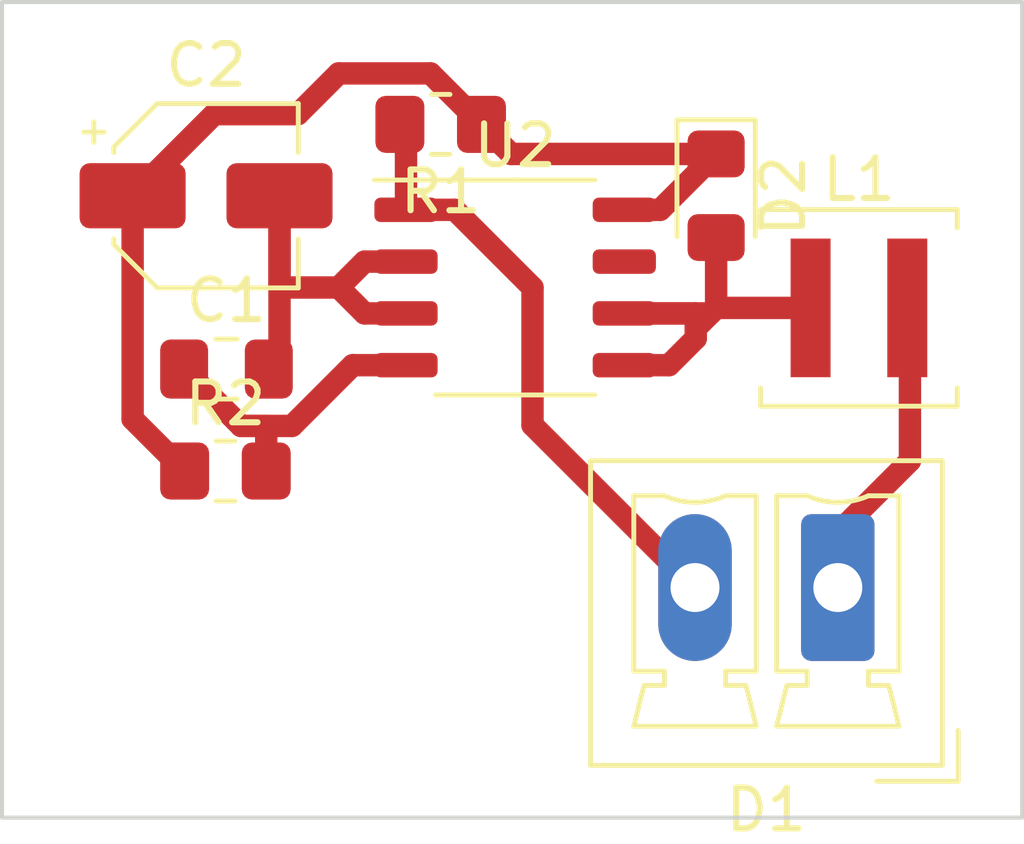
<source format=kicad_pcb>
(kicad_pcb (version 20221018) (generator pcbnew)
  (layers (0 "F.Cu" signal) (31 "B.Cu" signal) (34 "B.Paste" user) (35 "F.Paste" user) (36 "B.SilkS" user "B.Silkscreen") (37 "F.SilkS" user "F.Silkscreen") (38 "B.Mask" user) (39 "F.Mask" user) (44 "Edge.Cuts" user))
  (net 0 "")
  (net 1 "Net-(U2-CTRL)")
  (net 2 "GND")
  (net 3 "+12V")
  (net 4 "Net-(D1-K)")
  (net 5 "Net-(D1-A)")
  (net 6 "Net-(D2-A)")
  (footprint "Diode_SMD:D_0805_2012Metric_Pad1.15x1.40mm_HandSolder" (layer "F.Cu") (at 63.5 29.75 -90)
    (fp_text reference "D2" (at 0 -1.65 90) (layer "F.SilkS"))
    (fp_text value "D_Schottky")
    (fp_line (start -1.86 -0.96) (end -1.86 0.96) (stroke (width 0.12)) (layer "F.SilkS"))
    (fp_line (start -1.86 0.96) (end 1 0.96) (stroke (width 0.12)) (layer "F.SilkS"))
    (fp_line (start 1 -0.96) (end -1.86 -0.96) (stroke (width 0.12)) (layer "F.SilkS"))
    (pad "1" smd roundrect (at -1.025 0 270) (size 1.15 1.4) (layers "F.Cu" "F.Paste" "F.Mask") (roundrect_rratio 0.217391) (net 3 "+12V"))
    (pad "2" smd roundrect (at 1.025 0 270) (size 1.15 1.4) (layers "F.Cu" "F.Paste" "F.Mask") (roundrect_rratio 0.217391) (net 6 "Net-(D2-A)"))
  )
  (footprint "Capacitor_SMD:CP_Elec_4x3" (layer "F.Cu") (at 51 29.75)
    (fp_text reference "C2" (at 0 -3.2) (layer "F.SilkS"))
    (fp_text value "10uF")
    (fp_line (start -3 -1.56) (end -2.5 -1.56) (stroke (width 0.12)) (layer "F.SilkS"))
    (fp_line (start -2.75 -1.81) (end -2.75 -1.31) (stroke (width 0.12)) (layer "F.SilkS"))
    (fp_line (start -2.26 -1.195563) (end -2.26 -1.06) (stroke (width 0.12)) (layer "F.SilkS"))
    (fp_line (start -2.26 -1.195563) (end -1.195563 -2.26) (stroke (width 0.12)) (layer "F.SilkS"))
    (fp_line (start -2.26 1.195563) (end -2.26 1.06) (stroke (width 0.12)) (layer "F.SilkS"))
    (fp_line (start -2.26 1.195563) (end -1.195563 2.26) (stroke (width 0.12)) (layer "F.SilkS"))
    (fp_line (start -1.195563 -2.26) (end 2.26 -2.26) (stroke (width 0.12)) (layer "F.SilkS"))
    (fp_line (start -1.195563 2.26) (end 2.26 2.26) (stroke (width 0.12)) (layer "F.SilkS"))
    (fp_line (start 2.26 -2.26) (end 2.26 -1.06) (stroke (width 0.12)) (layer "F.SilkS"))
    (fp_line (start 2.26 2.26) (end 2.26 1.06) (stroke (width 0.12)) (layer "F.SilkS"))
    (pad "1" smd roundrect (at -1.8 0) (size 2.6 1.6) (layers "F.Cu" "F.Paste" "F.Mask") (roundrect_rratio 0.15625) (net 3 "+12V"))
    (pad "2" smd roundrect (at 1.8 0) (size 2.6 1.6) (layers "F.Cu" "F.Paste" "F.Mask") (roundrect_rratio 0.15625) (net 2 "GND"))
  )
  (footprint "Package_SO:SSOP-8_3.9x5.05mm_P1.27mm" (layer "F.Cu") (at 58.575 32)
    (fp_text reference "U2" (at 0 -3.48) (layer "F.SilkS"))
    (fp_text value "AL8860Q")
    (fp_line (start 0 -2.635) (end -3.45 -2.635) (stroke (width 0.12)) (layer "F.SilkS"))
    (fp_line (start 0 -2.635) (end 1.95 -2.635) (stroke (width 0.12)) (layer "F.SilkS"))
    (fp_line (start 0 2.635) (end -1.95 2.635) (stroke (width 0.12)) (layer "F.SilkS"))
    (fp_line (start 0 2.635) (end 1.95 2.635) (stroke (width 0.12)) (layer "F.SilkS"))
    (pad "1" smd roundrect (at -2.675 -1.905) (size 1.55 0.6) (layers "F.Cu" "F.Paste" "F.Mask") (net 5 "Net-(D1-A)"))
    (pad "2" smd roundrect (at -2.675 -0.635) (size 1.55 0.6) (layers "F.Cu" "F.Paste" "F.Mask") (net 2 "GND"))
    (pad "3" smd roundrect (at -2.675 0.635) (size 1.55 0.6) (layers "F.Cu" "F.Paste" "F.Mask") (net 2 "GND"))
    (pad "4" smd roundrect (at -2.675 1.905) (size 1.55 0.6) (layers "F.Cu" "F.Paste" "F.Mask") (net 1 "Net-(U2-CTRL)"))
    (pad "5" smd roundrect (at 2.675 1.905) (size 1.55 0.6) (layers "F.Cu" "F.Paste" "F.Mask") (net 6 "Net-(D2-A)"))
    (pad "6" smd roundrect (at 2.675 0.635) (size 1.55 0.6) (layers "F.Cu" "F.Paste" "F.Mask") (net 6 "Net-(D2-A)"))
    (pad "7" smd roundrect (at 2.675 -0.635) (size 1.55 0.6) (layers "F.Cu" "F.Paste" "F.Mask"))
    (pad "8" smd roundrect (at 2.675 -1.905) (size 1.55 0.6) (layers "F.Cu" "F.Paste" "F.Mask") (net 3 "+12V"))
  )
  (footprint "Connector_Phoenix_MC:PhoenixContact_MCV_1,5_2-G-3.5_1x02_P3.50mm_Vertical" (layer "F.Cu") (at 66.4825 39.3575 180)
    (fp_text reference "D1" (at 1.75 -5.45) (layer "F.SilkS"))
    (fp_text value "LED_Series")
    (fp_line (start -2.95 -4.75) (end -0.95 -4.75) (stroke (width 0.12)) (layer "F.SilkS"))
    (fp_line (start -2.95 -3.5) (end -2.95 -4.75) (stroke (width 0.12)) (layer "F.SilkS"))
    (fp_line (start -2.56 -4.36) (end -2.56 3.11) (stroke (width 0.12)) (layer "F.SilkS"))
    (fp_line (start -2.56 3.11) (end 6.06 3.11) (stroke (width 0.12)) (layer "F.SilkS"))
    (fp_line (start -1.5 -3.4) (end 1.5 -3.4) (stroke (width 0.12)) (layer "F.SilkS"))
    (fp_line (start -1.5 -2.05) (end -0.75 -2.05) (stroke (width 0.12)) (layer "F.SilkS"))
    (fp_line (start -1.5 2.25) (end -1.5 -2.05) (stroke (width 0.12)) (layer "F.SilkS"))
    (fp_line (start -1.25 -2.4) (end -1.5 -3.4) (stroke (width 0.12)) (layer "F.SilkS"))
    (fp_line (start -0.75 -2.4) (end -1.25 -2.4) (stroke (width 0.12)) (layer "F.SilkS"))
    (fp_line (start -0.75 -2.05) (end -0.75 -2.4) (stroke (width 0.12)) (layer "F.SilkS"))
    (fp_line (start -0.75 2.25) (end -1.5 2.25) (stroke (width 0.12)) (layer "F.SilkS"))
    (fp_line (start 0.75 -2.4) (end 0.75 -2.05) (stroke (width 0.12)) (layer "F.SilkS"))
    (fp_line (start 0.75 -2.05) (end 1.5 -2.05) (stroke (width 0.12)) (layer "F.SilkS"))
    (fp_line (start 1.25 -2.4) (end 0.75 -2.4) (stroke (width 0.12)) (layer "F.SilkS"))
    (fp_line (start 1.5 -3.4) (end 1.25 -2.4) (stroke (width 0.12)) (layer "F.SilkS"))
    (fp_line (start 1.5 -2.05) (end 1.5 2.25) (stroke (width 0.12)) (layer "F.SilkS"))
    (fp_line (start 1.5 2.25) (end 0.75 2.25) (stroke (width 0.12)) (layer "F.SilkS"))
    (fp_line (start 2 -3.4) (end 5 -3.4) (stroke (width 0.12)) (layer "F.SilkS"))
    (fp_line (start 2 -2.05) (end 2.75 -2.05) (stroke (width 0.12)) (layer "F.SilkS"))
    (fp_line (start 2 2.25) (end 2 -2.05) (stroke (width 0.12)) (layer "F.SilkS"))
    (fp_line (start 2.25 -2.4) (end 2 -3.4) (stroke (width 0.12)) (layer "F.SilkS"))
    (fp_line (start 2.75 -2.4) (end 2.25 -2.4) (stroke (width 0.12)) (layer "F.SilkS"))
    (fp_line (start 2.75 -2.05) (end 2.75 -2.4) (stroke (width 0.12)) (layer "F.SilkS"))
    (fp_line (start 2.75 2.25) (end 2 2.25) (stroke (width 0.12)) (layer "F.SilkS"))
    (fp_line (start 4.25 -2.4) (end 4.25 -2.05) (stroke (width 0.12)) (layer "F.SilkS"))
    (fp_line (start 4.25 -2.05) (end 5 -2.05) (stroke (width 0.12)) (layer "F.SilkS"))
    (fp_line (start 4.75 -2.4) (end 4.25 -2.4) (stroke (width 0.12)) (layer "F.SilkS"))
    (fp_line (start 5 -3.4) (end 4.75 -2.4) (stroke (width 0.12)) (layer "F.SilkS"))
    (fp_line (start 5 -2.05) (end 5 2.25) (stroke (width 0.12)) (layer "F.SilkS"))
    (fp_line (start 5 2.25) (end 4.25 2.25) (stroke (width 0.12)) (layer "F.SilkS"))
    (fp_line (start 6.06 -4.36) (end -2.56 -4.36) (stroke (width 0.12)) (layer "F.SilkS"))
    (fp_line (start 6.06 3.11) (end 6.06 -4.36) (stroke (width 0.12)) (layer "F.SilkS"))
    (fp_arc (start -0.75 2.25) (mid -0.000193 2.09191) (end 0.749647 2.249844) (stroke (width 0.12)) (layer "F.SilkS"))
    (fp_arc (start 2.75 2.25) (mid 3.499807 2.09191) (end 4.249647 2.249844) (stroke (width 0.12)) (layer "F.SilkS"))
    (pad "1" thru_hole roundrect (at 0 0 180) (size 1.8 3.6) (drill 1.2) (layers "*.Cu" "*.Mask") (roundrect_rratio 0.138889) (net 4 "Net-(D1-K)"))
    (pad "2" thru_hole oval (at 3.5 0 180) (size 1.8 3.6) (drill 1.2) (layers "*.Cu" "*.Mask") (net 5 "Net-(D1-A)"))
  )
  (footprint "Resistor_SMD:R_0805_2012Metric_Pad1.20x1.40mm_HandSolder" (layer "F.Cu") (at 56.75 28 180)
    (fp_text reference "R1" (at 0 -1.65) (layer "F.SilkS"))
    (fp_text value "0R10")
    (fp_line (start -0.227064 -0.735) (end 0.227064 -0.735) (stroke (width 0.12)) (layer "F.SilkS"))
    (fp_line (start -0.227064 0.735) (end 0.227064 0.735) (stroke (width 0.12)) (layer "F.SilkS"))
    (pad "1" smd roundrect (at -1 0 180) (size 1.2 1.4) (layers "F.Cu" "F.Paste" "F.Mask") (roundrect_rratio 0.208333) (net 3 "+12V"))
    (pad "2" smd roundrect (at 1 0 180) (size 1.2 1.4) (layers "F.Cu" "F.Paste" "F.Mask") (roundrect_rratio 0.208333) (net 5 "Net-(D1-A)"))
  )
  (footprint "Inductor_SMD:L_Coilcraft_XAL4020-XXX" (layer "F.Cu") (at 67 32.5)
    (fp_text reference "L1" (at 0 -3.15) (layer "F.SilkS"))
    (fp_text value "4.7uH")
    (fp_line (start -2.41 -2.41) (end -2.41 -1.96) (stroke (width 0.12)) (layer "F.SilkS"))
    (fp_line (start -2.41 -2.41) (end 2.41 -2.41) (stroke (width 0.12)) (layer "F.SilkS"))
    (fp_line (start -2.41 2.41) (end -2.41 1.96) (stroke (width 0.12)) (layer "F.SilkS"))
    (fp_line (start -2.41 2.41) (end 2.41 2.41) (stroke (width 0.12)) (layer "F.SilkS"))
    (fp_line (start 2.41 -2.41) (end 2.41 -1.96) (stroke (width 0.12)) (layer "F.SilkS"))
    (fp_line (start 2.41 2.41) (end 2.41 1.96) (stroke (width 0.12)) (layer "F.SilkS"))
    (pad "1" smd rect (at -1.185 0) (size 0.98 3.4) (layers "F.Cu" "F.Paste" "F.Mask") (net 6 "Net-(D2-A)"))
    (pad "2" smd rect (at 1.185 0) (size 0.98 3.4) (layers "F.Cu" "F.Paste" "F.Mask") (net 4 "Net-(D1-K)"))
  )
  (footprint "Resistor_SMD:R_0805_2012Metric_Pad1.20x1.40mm_HandSolder" (layer "F.Cu") (at 51.475 36.5)
    (fp_text reference "R2" (at 0 -1.65) (layer "F.SilkS"))
    (fp_text value "10k")
    (fp_line (start -0.227064 -0.735) (end 0.227064 -0.735) (stroke (width 0.12)) (layer "F.SilkS"))
    (fp_line (start -0.227064 0.735) (end 0.227064 0.735) (stroke (width 0.12)) (layer "F.SilkS"))
    (pad "1" smd roundrect (at -1 0) (size 1.2 1.4) (layers "F.Cu" "F.Paste" "F.Mask") (roundrect_rratio 0.208333) (net 3 "+12V"))
    (pad "2" smd roundrect (at 1 0) (size 1.2 1.4) (layers "F.Cu" "F.Paste" "F.Mask") (roundrect_rratio 0.208333) (net 1 "Net-(U2-CTRL)"))
  )
  (footprint "Capacitor_SMD:C_0805_2012Metric_Pad1.18x1.45mm_HandSolder" (layer "F.Cu") (at 51.5 34)
    (fp_text reference "C1" (at 0 -1.68) (layer "F.SilkS"))
    (fp_text value "10n")
    (fp_line (start -0.261252 -0.735) (end 0.261252 -0.735) (stroke (width 0.12)) (layer "F.SilkS"))
    (fp_line (start -0.261252 0.735) (end 0.261252 0.735) (stroke (width 0.12)) (layer "F.SilkS"))
    (pad "1" smd roundrect (at -1.0375 0) (size 1.175 1.45) (layers "F.Cu" "F.Paste" "F.Mask") (roundrect_rratio 0.212766) (net 1 "Net-(U2-CTRL)"))
    (pad "2" smd roundrect (at 1.0375 0) (size 1.175 1.45) (layers "F.Cu" "F.Paste" "F.Mask") (roundrect_rratio 0.212766) (net 2 "GND"))
  )
  (gr_rect (start 46 25) (end 71 45) (stroke (width 0.1)) (fill none) (layer "Edge.Cuts"))
  (segment (start 54.595 33.905) (end 55.9 33.905) (width 0.55) (layer "F.Cu") (net 1))
  (segment (start 52.475 36.5) (end 52.475 35.39375) (width 0.55) (layer "F.Cu") (net 1))
  (segment (start 51.85625 35.39375) (end 53.10625 35.39375) (width 0.55) (layer "F.Cu") (net 1))
  (segment (start 53.10625 35.39375) (end 54.595 33.905) (width 0.55) (layer "F.Cu") (net 1))
  (segment (start 52.475 35.39375) (end 51.85625 35.39375) (width 0.55) (layer "F.Cu") (net 1))
  (segment (start 51.85625 35.39375) (end 50.4625 34) (width 0.55) (layer "F.Cu") (net 1))
  (segment (start 54.885 32.635) (end 54.25 32) (width 0.55) (layer "F.Cu") (net 2))
  (segment (start 52.5375 34) (end 52.8 33.7375) (width 0.55) (layer "F.Cu") (net 2))
  (segment (start 54.25 32) (end 54.885 31.365) (width 0.55) (layer "F.Cu") (net 2))
  (segment (start 52.8 32) (end 52.8 29.75) (width 0.55) (layer "F.Cu") (net 2))
  (segment (start 55.9 32.635) (end 54.885 32.635) (width 0.55) (layer "F.Cu") (net 2))
  (segment (start 52.8 33.7375) (end 52.8 29.75) (width 0.55) (layer "F.Cu") (net 2))
  (segment (start 54.885 31.365) (end 55.9 31.365) (width 0.55) (layer "F.Cu") (net 2))
  (segment (start 54.25 32) (end 52.8 32) (width 0.55) (layer "F.Cu") (net 2))
  (segment (start 56.5 26.75) (end 54.25 26.75) (width 0.55) (layer "F.Cu") (net 3))
  (segment (start 49.2 35.225) (end 50.475 36.5) (width 0.55) (layer "F.Cu") (net 3))
  (segment (start 57.75 28) (end 58.475 28.725) (width 0.55) (layer "F.Cu") (net 3))
  (segment (start 51.2 27.75) (end 53.25 27.75) (width 0.55) (layer "F.Cu") (net 3))
  (segment (start 49.2 29.75) (end 49.2 35.225) (width 0.55) (layer "F.Cu") (net 3))
  (segment (start 49.2 29.75) (end 51.2 27.75) (width 0.55) (layer "F.Cu") (net 3))
  (segment (start 53.25 27.75) (end 54.25 26.75) (width 0.55) (layer "F.Cu") (net 3))
  (segment (start 62.13 30.095) (end 63.5 28.725) (width 0.55) (layer "F.Cu") (net 3))
  (segment (start 61.25 30.095) (end 62.13 30.095) (width 0.55) (layer "F.Cu") (net 3))
  (segment (start 57.75 28) (end 56.5 26.75) (width 0.55) (layer "F.Cu") (net 3))
  (segment (start 58.475 28.725) (end 63.5 28.725) (width 0.55) (layer "F.Cu") (net 3))
  (segment (start 68.25 32.565) (end 68.185 32.5) (width 0.55) (layer "F.Cu") (net 4))
  (segment (start 66.4825 38.0175) (end 68.25 36.25) (width 0.55) (layer "F.Cu") (net 4))
  (segment (start 68.25 36.25) (end 68.25 32.565) (width 0.55) (layer "F.Cu") (net 4))
  (segment (start 66.4825 39.3575) (end 66.4825 38.0175) (width 0.55) (layer "F.Cu") (net 4))
  (segment (start 55.9 30.095) (end 56.345 30.095) (width 0.55) (layer "F.Cu") (net 5))
  (segment (start 57.095 30.095) (end 59 32) (width 0.55) (layer "F.Cu") (net 5))
  (segment (start 59 35.375) (end 62.9825 39.3575) (width 0.55) (layer "F.Cu") (net 5))
  (segment (start 55.9 30.095) (end 55.9 28.15) (width 0.55) (layer "F.Cu") (net 5))
  (segment (start 59 32) (end 59 35.375) (width 0.55) (layer "F.Cu") (net 5))
  (segment (start 55.9 30.095) (end 57.095 30.095) (width 0.55) (layer "F.Cu") (net 5))
  (segment (start 55.9 28.15) (end 55.75 28) (width 0.55) (layer "F.Cu") (net 5))
  (segment (start 63.5 32.5) (end 63.5 30.775) (width 0.55) (layer "F.Cu") (net 6))
  (segment (start 63 33.25) (end 63 32.635) (width 0.55) (layer "F.Cu") (net 6))
  (segment (start 63 32.635) (end 61.25 32.635) (width 0.55) (layer "F.Cu") (net 6))
  (segment (start 63 33.25) (end 63 33) (width 0.55) (layer "F.Cu") (net 6))
  (segment (start 62.345 33.905) (end 63 33.25) (width 0.55) (layer "F.Cu") (net 6))
  (segment (start 61.25 32.635) (end 63.365 32.635) (width 0.55) (layer "F.Cu") (net 6))
  (segment (start 63.365 32.635) (end 63.5 32.5) (width 0.55) (layer "F.Cu") (net 6))
  (segment (start 63 33) (end 63.5 32.5) (width 0.55) (layer "F.Cu") (net 6))
  (segment (start 63.5 32.5) (end 65.815 32.5) (width 0.55) (layer "F.Cu") (net 6))
  (segment (start 61.25 33.905) (end 62.345 33.905) (width 0.55) (layer "F.Cu") (net 6))
)
</source>
